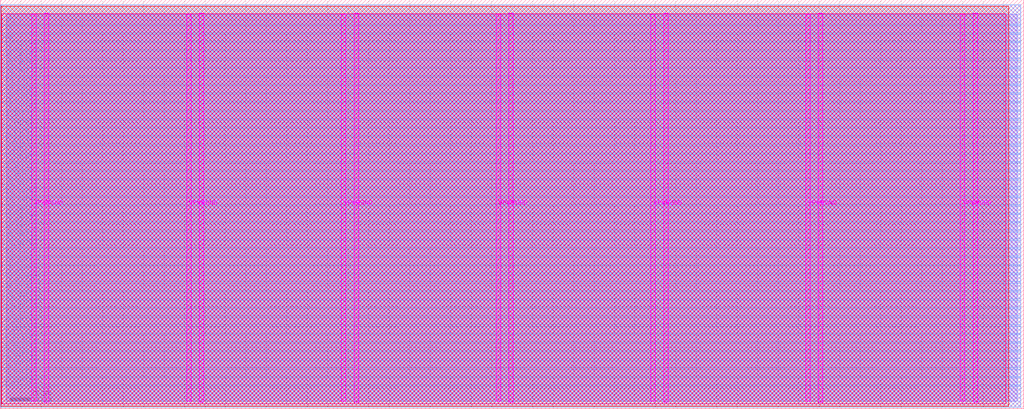
<source format=lef>
VERSION 5.7 ;
  NOWIREEXTENSIONATPIN ON ;
  DIVIDERCHAR "/" ;
  BUSBITCHARS "[]" ;
MACRO heichips25_CORDIC
  CLASS BLOCK ;
  FOREIGN heichips25_CORDIC ;
  ORIGIN 0.000 0.000 ;
  SIZE 500.000 BY 200.000 ;
  PIN VGND
    DIRECTION INOUT ;
    USE GROUND ;
    PORT
      LAYER TopMetal1 ;
        RECT 21.580 3.150 23.780 193.410 ;
    END
    PORT
      LAYER TopMetal1 ;
        RECT 97.180 3.150 99.380 193.410 ;
    END
    PORT
      LAYER TopMetal1 ;
        RECT 172.780 3.150 174.980 193.410 ;
    END
    PORT
      LAYER TopMetal1 ;
        RECT 248.380 3.150 250.580 193.410 ;
    END
    PORT
      LAYER TopMetal1 ;
        RECT 323.980 3.150 326.180 193.410 ;
    END
    PORT
      LAYER TopMetal1 ;
        RECT 399.580 3.150 401.780 193.410 ;
    END
    PORT
      LAYER TopMetal1 ;
        RECT 475.180 3.150 477.380 193.410 ;
    END
  END VGND
  PIN VPWR
    DIRECTION INOUT ;
    USE POWER ;
    PORT
      LAYER TopMetal1 ;
        RECT 15.380 3.560 17.580 193.000 ;
    END
    PORT
      LAYER TopMetal1 ;
        RECT 90.980 3.560 93.180 193.000 ;
    END
    PORT
      LAYER TopMetal1 ;
        RECT 166.580 3.560 168.780 193.000 ;
    END
    PORT
      LAYER TopMetal1 ;
        RECT 242.180 3.560 244.380 193.000 ;
    END
    PORT
      LAYER TopMetal1 ;
        RECT 317.780 3.560 319.980 193.000 ;
    END
    PORT
      LAYER TopMetal1 ;
        RECT 393.380 3.560 395.580 193.000 ;
    END
    PORT
      LAYER TopMetal1 ;
        RECT 468.980 3.560 471.180 193.000 ;
    END
  END VPWR
  PIN clk
    DIRECTION INPUT ;
    USE SIGNAL ;
    ANTENNAGATEAREA 0.725400 ;
    PORT
      LAYER Metal3 ;
        RECT 0.000 183.340 0.400 183.740 ;
    END
  END clk
  PIN ena
    DIRECTION INPUT ;
    USE SIGNAL ;
    PORT
      LAYER Metal3 ;
        RECT 0.000 179.140 0.400 179.540 ;
    END
  END ena
  PIN rst_n
    DIRECTION INPUT ;
    USE SIGNAL ;
    ANTENNAGATEAREA 0.213200 ;
    PORT
      LAYER Metal3 ;
        RECT 0.000 187.540 0.400 187.940 ;
    END
  END rst_n
  PIN ui_in[0]
    DIRECTION INPUT ;
    USE SIGNAL ;
    ANTENNAGATEAREA 0.180700 ;
    PORT
      LAYER Metal3 ;
        RECT 0.000 111.940 0.400 112.340 ;
    END
  END ui_in[0]
  PIN ui_in[1]
    DIRECTION INPUT ;
    USE SIGNAL ;
    ANTENNAGATEAREA 0.180700 ;
    PORT
      LAYER Metal3 ;
        RECT 0.000 116.140 0.400 116.540 ;
    END
  END ui_in[1]
  PIN ui_in[2]
    DIRECTION INPUT ;
    USE SIGNAL ;
    ANTENNAGATEAREA 0.180700 ;
    PORT
      LAYER Metal3 ;
        RECT 0.000 120.340 0.400 120.740 ;
    END
  END ui_in[2]
  PIN ui_in[3]
    DIRECTION INPUT ;
    USE SIGNAL ;
    ANTENNAGATEAREA 0.180700 ;
    PORT
      LAYER Metal3 ;
        RECT 0.000 124.540 0.400 124.940 ;
    END
  END ui_in[3]
  PIN ui_in[4]
    DIRECTION INPUT ;
    USE SIGNAL ;
    ANTENNAGATEAREA 0.180700 ;
    PORT
      LAYER Metal3 ;
        RECT 0.000 128.740 0.400 129.140 ;
    END
  END ui_in[4]
  PIN ui_in[5]
    DIRECTION INPUT ;
    USE SIGNAL ;
    ANTENNAGATEAREA 0.180700 ;
    PORT
      LAYER Metal3 ;
        RECT 0.000 132.940 0.400 133.340 ;
    END
  END ui_in[5]
  PIN ui_in[6]
    DIRECTION INPUT ;
    USE SIGNAL ;
    ANTENNAGATEAREA 0.180700 ;
    PORT
      LAYER Metal3 ;
        RECT 0.000 137.140 0.400 137.540 ;
    END
  END ui_in[6]
  PIN ui_in[7]
    DIRECTION INPUT ;
    USE SIGNAL ;
    ANTENNAGATEAREA 0.180700 ;
    PORT
      LAYER Metal3 ;
        RECT 0.000 141.340 0.400 141.740 ;
    END
  END ui_in[7]
  PIN uio_in[0]
    DIRECTION INPUT ;
    USE SIGNAL ;
    ANTENNAGATEAREA 0.180700 ;
    PORT
      LAYER Metal3 ;
        RECT 0.000 145.540 0.400 145.940 ;
    END
  END uio_in[0]
  PIN uio_in[1]
    DIRECTION INPUT ;
    USE SIGNAL ;
    ANTENNAGATEAREA 0.180700 ;
    PORT
      LAYER Metal3 ;
        RECT 0.000 149.740 0.400 150.140 ;
    END
  END uio_in[1]
  PIN uio_in[2]
    DIRECTION INPUT ;
    USE SIGNAL ;
    ANTENNAGATEAREA 0.180700 ;
    PORT
      LAYER Metal3 ;
        RECT 0.000 153.940 0.400 154.340 ;
    END
  END uio_in[2]
  PIN uio_in[3]
    DIRECTION INPUT ;
    USE SIGNAL ;
    ANTENNAGATEAREA 0.180700 ;
    PORT
      LAYER Metal3 ;
        RECT 0.000 158.140 0.400 158.540 ;
    END
  END uio_in[3]
  PIN uio_in[4]
    DIRECTION INPUT ;
    USE SIGNAL ;
    ANTENNAGATEAREA 0.180700 ;
    PORT
      LAYER Metal3 ;
        RECT 0.000 162.340 0.400 162.740 ;
    END
  END uio_in[4]
  PIN uio_in[5]
    DIRECTION INPUT ;
    USE SIGNAL ;
    ANTENNAGATEAREA 0.180700 ;
    PORT
      LAYER Metal3 ;
        RECT 0.000 166.540 0.400 166.940 ;
    END
  END uio_in[5]
  PIN uio_in[6]
    DIRECTION INPUT ;
    USE SIGNAL ;
    ANTENNAGATEAREA 0.180700 ;
    PORT
      LAYER Metal3 ;
        RECT 0.000 170.740 0.400 171.140 ;
    END
  END uio_in[6]
  PIN uio_in[7]
    DIRECTION INPUT ;
    USE SIGNAL ;
    PORT
      LAYER Metal3 ;
        RECT 0.000 174.940 0.400 175.340 ;
    END
  END uio_in[7]
  PIN uio_oe[0]
    DIRECTION OUTPUT ;
    USE SIGNAL ;
    ANTENNADIFFAREA 0.299200 ;
    PORT
      LAYER Metal3 ;
        RECT 0.000 78.340 0.400 78.740 ;
    END
  END uio_oe[0]
  PIN uio_oe[1]
    DIRECTION OUTPUT ;
    USE SIGNAL ;
    ANTENNADIFFAREA 0.299200 ;
    PORT
      LAYER Metal3 ;
        RECT 0.000 82.540 0.400 82.940 ;
    END
  END uio_oe[1]
  PIN uio_oe[2]
    DIRECTION OUTPUT ;
    USE SIGNAL ;
    ANTENNADIFFAREA 0.299200 ;
    PORT
      LAYER Metal3 ;
        RECT 0.000 86.740 0.400 87.140 ;
    END
  END uio_oe[2]
  PIN uio_oe[3]
    DIRECTION OUTPUT ;
    USE SIGNAL ;
    ANTENNADIFFAREA 0.299200 ;
    PORT
      LAYER Metal3 ;
        RECT 0.000 90.940 0.400 91.340 ;
    END
  END uio_oe[3]
  PIN uio_oe[4]
    DIRECTION OUTPUT ;
    USE SIGNAL ;
    ANTENNADIFFAREA 0.299200 ;
    PORT
      LAYER Metal3 ;
        RECT 0.000 95.140 0.400 95.540 ;
    END
  END uio_oe[4]
  PIN uio_oe[5]
    DIRECTION OUTPUT ;
    USE SIGNAL ;
    ANTENNADIFFAREA 0.299200 ;
    PORT
      LAYER Metal3 ;
        RECT 0.000 99.340 0.400 99.740 ;
    END
  END uio_oe[5]
  PIN uio_oe[6]
    DIRECTION OUTPUT ;
    USE SIGNAL ;
    ANTENNADIFFAREA 0.299200 ;
    PORT
      LAYER Metal3 ;
        RECT 0.000 103.540 0.400 103.940 ;
    END
  END uio_oe[6]
  PIN uio_oe[7]
    DIRECTION OUTPUT ;
    USE SIGNAL ;
    ANTENNADIFFAREA 0.392700 ;
    PORT
      LAYER Metal3 ;
        RECT 0.000 107.740 0.400 108.140 ;
    END
  END uio_oe[7]
  PIN uio_out[0]
    DIRECTION OUTPUT ;
    USE SIGNAL ;
    ANTENNADIFFAREA 0.299200 ;
    PORT
      LAYER Metal3 ;
        RECT 0.000 44.740 0.400 45.140 ;
    END
  END uio_out[0]
  PIN uio_out[1]
    DIRECTION OUTPUT ;
    USE SIGNAL ;
    ANTENNADIFFAREA 0.299200 ;
    PORT
      LAYER Metal3 ;
        RECT 0.000 48.940 0.400 49.340 ;
    END
  END uio_out[1]
  PIN uio_out[2]
    DIRECTION OUTPUT ;
    USE SIGNAL ;
    ANTENNADIFFAREA 0.299200 ;
    PORT
      LAYER Metal3 ;
        RECT 0.000 53.140 0.400 53.540 ;
    END
  END uio_out[2]
  PIN uio_out[3]
    DIRECTION OUTPUT ;
    USE SIGNAL ;
    ANTENNADIFFAREA 0.299200 ;
    PORT
      LAYER Metal3 ;
        RECT 0.000 57.340 0.400 57.740 ;
    END
  END uio_out[3]
  PIN uio_out[4]
    DIRECTION OUTPUT ;
    USE SIGNAL ;
    ANTENNADIFFAREA 0.299200 ;
    PORT
      LAYER Metal3 ;
        RECT 0.000 61.540 0.400 61.940 ;
    END
  END uio_out[4]
  PIN uio_out[5]
    DIRECTION OUTPUT ;
    USE SIGNAL ;
    ANTENNADIFFAREA 0.299200 ;
    PORT
      LAYER Metal3 ;
        RECT 0.000 65.740 0.400 66.140 ;
    END
  END uio_out[5]
  PIN uio_out[6]
    DIRECTION OUTPUT ;
    USE SIGNAL ;
    ANTENNADIFFAREA 0.299200 ;
    PORT
      LAYER Metal3 ;
        RECT 0.000 69.940 0.400 70.340 ;
    END
  END uio_out[6]
  PIN uio_out[7]
    DIRECTION OUTPUT ;
    USE SIGNAL ;
    ANTENNADIFFAREA 0.708600 ;
    PORT
      LAYER Metal3 ;
        RECT 0.000 74.140 0.400 74.540 ;
    END
  END uio_out[7]
  PIN uo_out[0]
    DIRECTION OUTPUT ;
    USE SIGNAL ;
    ANTENNADIFFAREA 0.708600 ;
    PORT
      LAYER Metal3 ;
        RECT 0.000 11.140 0.400 11.540 ;
    END
  END uo_out[0]
  PIN uo_out[1]
    DIRECTION OUTPUT ;
    USE SIGNAL ;
    ANTENNADIFFAREA 0.708600 ;
    PORT
      LAYER Metal3 ;
        RECT 0.000 15.340 0.400 15.740 ;
    END
  END uo_out[1]
  PIN uo_out[2]
    DIRECTION OUTPUT ;
    USE SIGNAL ;
    ANTENNADIFFAREA 0.299200 ;
    PORT
      LAYER Metal3 ;
        RECT 0.000 19.540 0.400 19.940 ;
    END
  END uo_out[2]
  PIN uo_out[3]
    DIRECTION OUTPUT ;
    USE SIGNAL ;
    ANTENNADIFFAREA 0.708600 ;
    PORT
      LAYER Metal3 ;
        RECT 0.000 23.740 0.400 24.140 ;
    END
  END uo_out[3]
  PIN uo_out[4]
    DIRECTION OUTPUT ;
    USE SIGNAL ;
    ANTENNADIFFAREA 0.708600 ;
    PORT
      LAYER Metal3 ;
        RECT 0.000 27.940 0.400 28.340 ;
    END
  END uo_out[4]
  PIN uo_out[5]
    DIRECTION OUTPUT ;
    USE SIGNAL ;
    ANTENNADIFFAREA 0.708600 ;
    PORT
      LAYER Metal3 ;
        RECT 0.000 32.140 0.400 32.540 ;
    END
  END uo_out[5]
  PIN uo_out[6]
    DIRECTION OUTPUT ;
    USE SIGNAL ;
    ANTENNADIFFAREA 0.299200 ;
    PORT
      LAYER Metal3 ;
        RECT 0.000 36.340 0.400 36.740 ;
    END
  END uo_out[6]
  PIN uo_out[7]
    DIRECTION OUTPUT ;
    USE SIGNAL ;
    ANTENNADIFFAREA 0.708600 ;
    PORT
      LAYER Metal3 ;
        RECT 0.000 40.540 0.400 40.940 ;
    END
  END uo_out[7]
  OBS
      LAYER GatPoly ;
        RECT 2.880 3.630 496.800 192.930 ;
      LAYER Metal1 ;
        RECT 2.880 3.560 496.800 193.000 ;
      LAYER Metal2 ;
        RECT 0.375 0.695 498.345 197.545 ;
      LAYER Metal3 ;
        RECT 0.335 188.150 498.385 197.500 ;
        RECT 0.610 187.330 498.385 188.150 ;
        RECT 0.335 183.950 498.385 187.330 ;
        RECT 0.610 183.130 498.385 183.950 ;
        RECT 0.335 179.750 498.385 183.130 ;
        RECT 0.610 178.930 498.385 179.750 ;
        RECT 0.335 175.550 498.385 178.930 ;
        RECT 0.610 174.730 498.385 175.550 ;
        RECT 0.335 171.350 498.385 174.730 ;
        RECT 0.610 170.530 498.385 171.350 ;
        RECT 0.335 167.150 498.385 170.530 ;
        RECT 0.610 166.330 498.385 167.150 ;
        RECT 0.335 162.950 498.385 166.330 ;
        RECT 0.610 162.130 498.385 162.950 ;
        RECT 0.335 158.750 498.385 162.130 ;
        RECT 0.610 157.930 498.385 158.750 ;
        RECT 0.335 154.550 498.385 157.930 ;
        RECT 0.610 153.730 498.385 154.550 ;
        RECT 0.335 150.350 498.385 153.730 ;
        RECT 0.610 149.530 498.385 150.350 ;
        RECT 0.335 146.150 498.385 149.530 ;
        RECT 0.610 145.330 498.385 146.150 ;
        RECT 0.335 141.950 498.385 145.330 ;
        RECT 0.610 141.130 498.385 141.950 ;
        RECT 0.335 137.750 498.385 141.130 ;
        RECT 0.610 136.930 498.385 137.750 ;
        RECT 0.335 133.550 498.385 136.930 ;
        RECT 0.610 132.730 498.385 133.550 ;
        RECT 0.335 129.350 498.385 132.730 ;
        RECT 0.610 128.530 498.385 129.350 ;
        RECT 0.335 125.150 498.385 128.530 ;
        RECT 0.610 124.330 498.385 125.150 ;
        RECT 0.335 120.950 498.385 124.330 ;
        RECT 0.610 120.130 498.385 120.950 ;
        RECT 0.335 116.750 498.385 120.130 ;
        RECT 0.610 115.930 498.385 116.750 ;
        RECT 0.335 112.550 498.385 115.930 ;
        RECT 0.610 111.730 498.385 112.550 ;
        RECT 0.335 108.350 498.385 111.730 ;
        RECT 0.610 107.530 498.385 108.350 ;
        RECT 0.335 104.150 498.385 107.530 ;
        RECT 0.610 103.330 498.385 104.150 ;
        RECT 0.335 99.950 498.385 103.330 ;
        RECT 0.610 99.130 498.385 99.950 ;
        RECT 0.335 95.750 498.385 99.130 ;
        RECT 0.610 94.930 498.385 95.750 ;
        RECT 0.335 91.550 498.385 94.930 ;
        RECT 0.610 90.730 498.385 91.550 ;
        RECT 0.335 87.350 498.385 90.730 ;
        RECT 0.610 86.530 498.385 87.350 ;
        RECT 0.335 83.150 498.385 86.530 ;
        RECT 0.610 82.330 498.385 83.150 ;
        RECT 0.335 78.950 498.385 82.330 ;
        RECT 0.610 78.130 498.385 78.950 ;
        RECT 0.335 74.750 498.385 78.130 ;
        RECT 0.610 73.930 498.385 74.750 ;
        RECT 0.335 70.550 498.385 73.930 ;
        RECT 0.610 69.730 498.385 70.550 ;
        RECT 0.335 66.350 498.385 69.730 ;
        RECT 0.610 65.530 498.385 66.350 ;
        RECT 0.335 62.150 498.385 65.530 ;
        RECT 0.610 61.330 498.385 62.150 ;
        RECT 0.335 57.950 498.385 61.330 ;
        RECT 0.610 57.130 498.385 57.950 ;
        RECT 0.335 53.750 498.385 57.130 ;
        RECT 0.610 52.930 498.385 53.750 ;
        RECT 0.335 49.550 498.385 52.930 ;
        RECT 0.610 48.730 498.385 49.550 ;
        RECT 0.335 45.350 498.385 48.730 ;
        RECT 0.610 44.530 498.385 45.350 ;
        RECT 0.335 41.150 498.385 44.530 ;
        RECT 0.610 40.330 498.385 41.150 ;
        RECT 0.335 36.950 498.385 40.330 ;
        RECT 0.610 36.130 498.385 36.950 ;
        RECT 0.335 32.750 498.385 36.130 ;
        RECT 0.610 31.930 498.385 32.750 ;
        RECT 0.335 28.550 498.385 31.930 ;
        RECT 0.610 27.730 498.385 28.550 ;
        RECT 0.335 24.350 498.385 27.730 ;
        RECT 0.610 23.530 498.385 24.350 ;
        RECT 0.335 20.150 498.385 23.530 ;
        RECT 0.610 19.330 498.385 20.150 ;
        RECT 0.335 15.950 498.385 19.330 ;
        RECT 0.610 15.130 498.385 15.950 ;
        RECT 0.335 11.750 498.385 15.130 ;
        RECT 0.610 10.930 498.385 11.750 ;
        RECT 0.335 0.740 498.385 10.930 ;
      LAYER Metal4 ;
        RECT 0.380 1.115 492.580 196.705 ;
      LAYER Metal5 ;
        RECT 0.815 2.420 491.185 193.090 ;
  END
END heichips25_CORDIC
END LIBRARY


</source>
